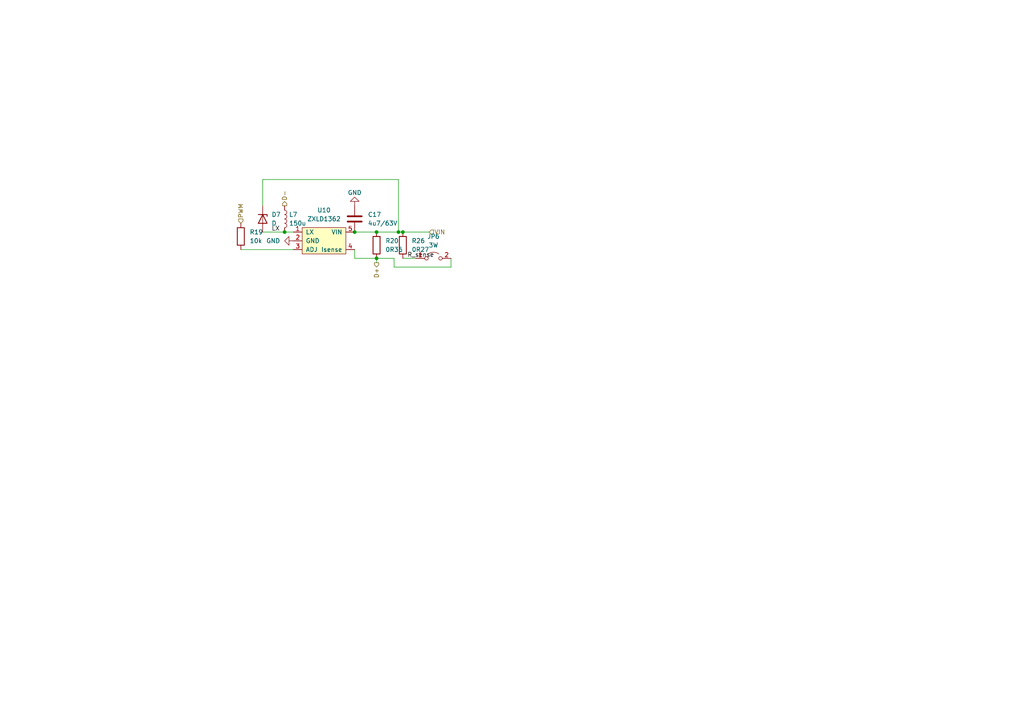
<source format=kicad_sch>
(kicad_sch (version 20211123) (generator eeschema)
  (paper "A4")
  (lib_symbols
    (symbol "Device:C" (pin_numbers hide) (pin_names (offset 0.254))
      (property "Reference" "C" (at 0.635 2.54 0))
      (property "Value" "C" (at 0.635 -2.54 0))
      (symbol "C_0_1"
        (polyline (pts (xy -2.032 -0.762) (xy 2.032 -0.762)) (stroke (width 0.508)))
        (polyline (pts (xy -2.032 0.762) (xy 2.032 0.762)) (stroke (width 0.508)))
      )
      (symbol "C_1_1"
        (pin passive line (at 0 3.81 270) (length 2.794) (name "~") (number "1"))
        (pin passive line (at 0 -3.81 90) (length 2.794) (name "~") (number "2"))
      )
    )
    (symbol "Device:D_Zener" (pin_numbers hide) (pin_names (offset 1.016) hide)
      (property "Reference" "D" (at 0 2.54 0))
      (property "Value" "D_Zener" (at 0 -2.54 0))
      (symbol "D_Zener_0_1"
        (polyline (pts (xy 1.27 0) (xy -1.27 0)))
        (polyline (pts (xy -1.27 -1.27) (xy -1.27 1.27) (xy -0.762 1.27)) (stroke (width 0.254)))
        (polyline (pts (xy 1.27 -1.27) (xy 1.27 1.27) (xy -1.27 0) (xy 1.27 -1.27)) (stroke (width 0.254)))
      )
      (symbol "D_Zener_1_1"
        (pin passive line (at -3.81 0 0) (length 2.54) (name "K") (number "1"))
        (pin passive line (at 3.81 0 180) (length 2.54) (name "A") (number "2"))
      )
    )
    (symbol "Device:L" (pin_numbers hide) (pin_names (offset 1.016) hide)
      (property "Reference" "L" (at -1.27 0 90))
      (property "Value" "L" (at 1.905 0 90))
      (symbol "L_0_1"
        (arc (start 0 -2.54) (mid 0.635 -1.905) (end 0 -1.27))
        (arc (start 0 -1.27) (mid 0.635 -0.635) (end 0 0))
        (arc (start 0 0) (mid 0.635 0.635) (end 0 1.27))
        (arc (start 0 1.27) (mid 0.635 1.905) (end 0 2.54))
      )
      (symbol "L_1_1"
        (pin passive line (at 0 3.81 270) (length 1.27) (name "1") (number "1"))
        (pin passive line (at 0 -3.81 90) (length 1.27) (name "2") (number "2"))
      )
    )
    (symbol "Device:R" (pin_numbers hide) (pin_names (offset 0))
      (property "Reference" "R" (at 2.032 0 90))
      (property "Value" "R" (at 0 0 90))
      (symbol "R_0_1"
        (rectangle (start -1.016 -2.54) (end 1.016 2.54) (stroke (width 0.254)))
      )
      (symbol "R_1_1"
        (pin passive line (at 0 3.81 270) (length 1.27) (name "~") (number "1"))
        (pin passive line (at 0 -3.81 90) (length 1.27) (name "~") (number "2"))
      )
    )
    (symbol "Jumper:Jumper_2_Open" (pin_names (offset 0) hide)
      (property "Reference" "JP" (at 0 2.794 0))
      (property "Value" "Jumper_2_Open" (at 0 -2.286 0))
      (symbol "Jumper_2_Open_0_0"
        (circle (center -2.032 0) (radius 0.508))
        (circle (center 2.032 0) (radius 0.508))
      )
      (symbol "Jumper_2_Open_0_1"
        (arc (start 1.524 1.27) (mid 0 1.778) (end -1.524 1.27))
      )
      (symbol "Jumper_2_Open_1_1"
        (pin passive line (at -5.08 0 0) (length 2.54) (name "A") (number "1"))
        (pin passive line (at 5.08 0 180) (length 2.54) (name "B") (number "2"))
      )
    )
    (symbol "liebler_SEMICONDUCTORS:ZXLD1350" (pin_names (offset 1.016))
      (property "Reference" "U" (at 0 7.62 0))
      (property "Value" "ZXLD1350" (at 0 5.08 0))
      (symbol "ZXLD1350_0_1"
        (rectangle (start -6.35 3.81) (end 6.35 -3.81) (fill (type background)))
      )
      (symbol "ZXLD1350_1_1"
        (pin output line (at -8.89 2.54 0) (length 2.54) (name "LX") (number "1"))
        (pin power_in line (at -8.89 0 0) (length 2.54) (name "GND") (number "2"))
        (pin input line (at -8.89 -2.54 0) (length 2.54) (name "ADJ") (number "3"))
        (pin input line (at 8.89 -2.54 180) (length 2.54) (name "Isense") (number "4"))
        (pin power_in line (at 8.89 2.54 180) (length 2.54) (name "VIN") (number "5"))
      )
    )
    (symbol "power:GND" (power) (pin_names (offset 0))
      (property "Value" "GND" (at 0 -3.81 0))
      (symbol "GND_0_1"
        (polyline (pts (xy 0 0) (xy 0 -1.27) (xy 1.27 -1.27) (xy 0 -2.54) (xy -1.27 -1.27) (xy 0 -1.27)))
      )
      (symbol "GND_1_1"
        (pin power_in line (at 0 0 270) (length 0) hide (name "GND") (number "1"))
      )
    )
  )
  (junction (at 82.55 67.31))
  (junction (at 109.22 67.31))
  (junction (at 115.57 67.31))
  (junction (at 116.84 67.31))
  (junction (at 102.87 67.31))
  (junction (at 109.22 74.93))
  (wire (pts (xy 109.22 67.31) (xy 115.57 67.31)))
  (wire (pts (xy 116.84 74.93) (xy 120.65 74.93)))
  (wire (pts (xy 114.3 77.47) (xy 130.81 77.47)))
  (wire (pts (xy 116.84 67.31) (xy 124.46 67.31)))
  (wire (pts (xy 76.2 67.31) (xy 82.55 67.31)))
  (wire (pts (xy 114.3 74.93) (xy 114.3 77.47)))
  (wire (pts (xy 102.87 67.31) (xy 109.22 67.31)))
  (wire (pts (xy 109.22 74.93) (xy 109.22 76.2)))
  (wire (pts (xy 82.55 67.31) (xy 85.09 67.31)))
  (wire (pts (xy 76.2 52.07) (xy 115.57 52.07)))
  (wire (pts (xy 115.57 67.31) (xy 116.84 67.31)))
  (wire (pts (xy 115.57 52.07) (xy 115.57 67.31)))
  (wire (pts (xy 109.22 74.93) (xy 114.3 74.93)))
  (wire (pts (xy 102.87 72.39) (xy 102.87 74.93)))
  (wire (pts (xy 69.85 72.39) (xy 85.09 72.39)))
  (wire (pts (xy 130.81 74.93) (xy 130.81 77.47)))
  (wire (pts (xy 109.22 74.93) (xy 102.87 74.93)))
  (wire (pts (xy 76.2 59.69) (xy 76.2 52.07)))
  (label "LX" (at 78.74 67.31 0))
  (label "R_sense" (at 118.11 74.93 0))
  (hierarchical_label "D+" (shape output) (at 109.22 76.2 270))
  (hierarchical_label "VIN" (shape input) (at 124.46 67.31 0))
  (hierarchical_label "D-" (shape output) (at 82.55 59.69 90))
  (hierarchical_label "PWM" (shape input) (at 69.85 64.77 90))
  (symbol (lib_id "Device:D_Zener") (at 76.2 63.5 270)
    (property "Reference" "D7" (at 78.74 62.2299 90) (effects (justify left)))
    (property "Value" "D" (at 78.74 64.7699 90) (effects (justify left)))
    (property "Footprint" "Diode_SMD:D_SMA" (effects hide))
  )
  (symbol (lib_id "liebler_SEMICONDUCTORS:ZXLD1350") (at 93.98 69.85 0)
    (property "Reference" "U10" (at 93.98 60.96 0))
    (property "Value" "ZXLD1362" (at 93.98 63.5 0))
    (property "Footprint" "Package_TO_SOT_SMD:SOT-23-5" (effects hide))
  )
  (symbol (lib_id "power:GND") (at 85.09 69.85 270)
    (property "Reference" "#PWR028" (effects hide))
    (property "Value" "GND" (at 81.28 69.8499 90) (effects (justify right)))
  )
  (symbol (lib_id "Device:R") (at 69.85 68.58 0)
    (property "Reference" "R19" (at 72.39 67.3099 0) (effects (justify left)))
    (property "Value" "10k" (at 72.39 69.8499 0) (effects (justify left)))
    (property "Footprint" "Resistor_SMD:R_0603_1608Metric" (effects hide))
  )
  (symbol (lib_id "Device:C") (at 102.87 63.5 0)
    (property "Reference" "C17" (at 106.68 62.2299 0) (effects (justify left)))
    (property "Value" "4u7/63V" (at 106.68 64.7699 0) (effects (justify left)))
    (property "Footprint" "Capacitor_SMD:C_2220_5650Metric" (effects hide))
  )
  (symbol (lib_id "Device:L") (at 82.55 63.5 0)
    (property "Reference" "L7" (at 83.82 62.2299 0) (effects (justify left)))
    (property "Value" "150u" (at 83.82 64.7699 0) (effects (justify left)))
    (property "Footprint" "Inductor_SMD:L_Taiyo-Yuden_NR-80xx" (effects hide))
  )
  (symbol (lib_id "Device:R") (at 109.22 71.12 0)
    (property "Reference" "R20" (at 111.76 69.8499 0) (effects (justify left)))
    (property "Value" "0R36" (at 111.76 72.3899 0) (effects (justify left)))
    (property "Footprint" "Resistor_SMD:R_0805_2012Metric_Pad1.20x1.40mm_HandSolder" (effects hide))
  )
  (symbol (lib_id "Jumper:Jumper_2_Open") (at 125.73 74.93 0)
    (property "Reference" "JP6" (at 125.73 68.58 0))
    (property "Value" "3W" (at 125.73 71.12 0))
    (property "Footprint" "liebler_CONN:Jumper 2x2.54" (effects hide))
  )
  (symbol (lib_id "Device:R") (at 116.84 71.12 0)
    (property "Reference" "R26" (at 119.38 69.8499 0) (effects (justify left)))
    (property "Value" "0R27" (at 119.38 72.3899 0) (effects (justify left)))
    (property "Footprint" "Resistor_SMD:R_0805_2012Metric_Pad1.20x1.40mm_HandSolder" (effects hide))
  )
  (symbol (lib_id "power:GND") (at 102.87 59.69 180)
    (property "Reference" "#PWR029" (effects hide))
    (property "Value" "GND" (at 102.87 55.88 0))
  )
)
</source>
